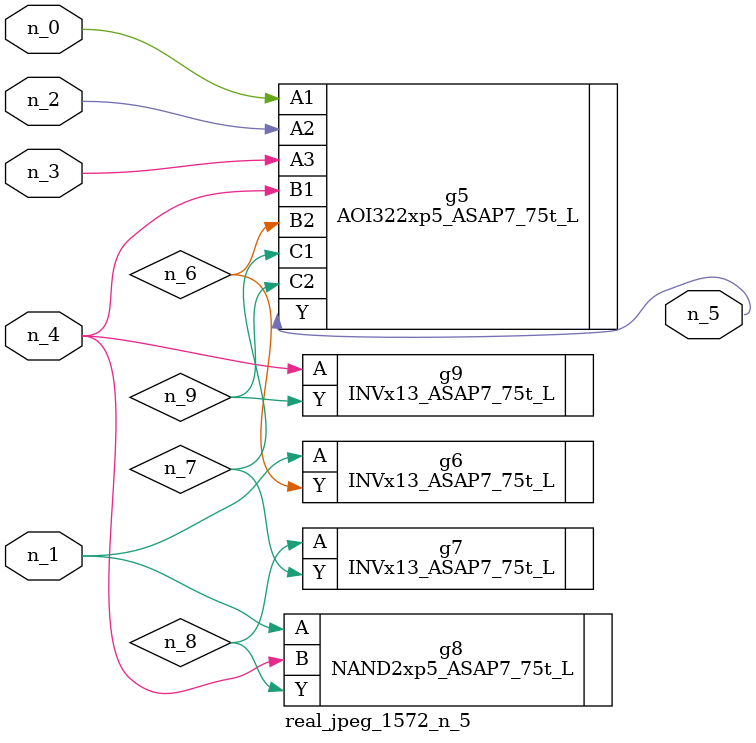
<source format=v>
module real_jpeg_1572_n_5 (n_4, n_0, n_1, n_2, n_3, n_5);

input n_4;
input n_0;
input n_1;
input n_2;
input n_3;

output n_5;

wire n_8;
wire n_6;
wire n_7;
wire n_9;

AOI322xp5_ASAP7_75t_L g5 ( 
.A1(n_0),
.A2(n_2),
.A3(n_3),
.B1(n_4),
.B2(n_6),
.C1(n_7),
.C2(n_9),
.Y(n_5)
);

INVx13_ASAP7_75t_L g6 ( 
.A(n_1),
.Y(n_6)
);

NAND2xp5_ASAP7_75t_L g8 ( 
.A(n_1),
.B(n_4),
.Y(n_8)
);

INVx13_ASAP7_75t_L g9 ( 
.A(n_4),
.Y(n_9)
);

INVx13_ASAP7_75t_L g7 ( 
.A(n_8),
.Y(n_7)
);


endmodule
</source>
